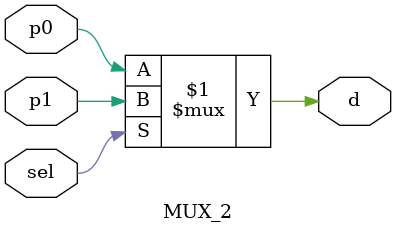
<source format=v>
`timescale 1ns / 1ps


module MUX_2 #(parameter WIDTH=32)(
    input sel,
    input p0,
    input p1,
    output d
    );
    
    assign d = sel ? p1 : p0;
endmodule

</source>
